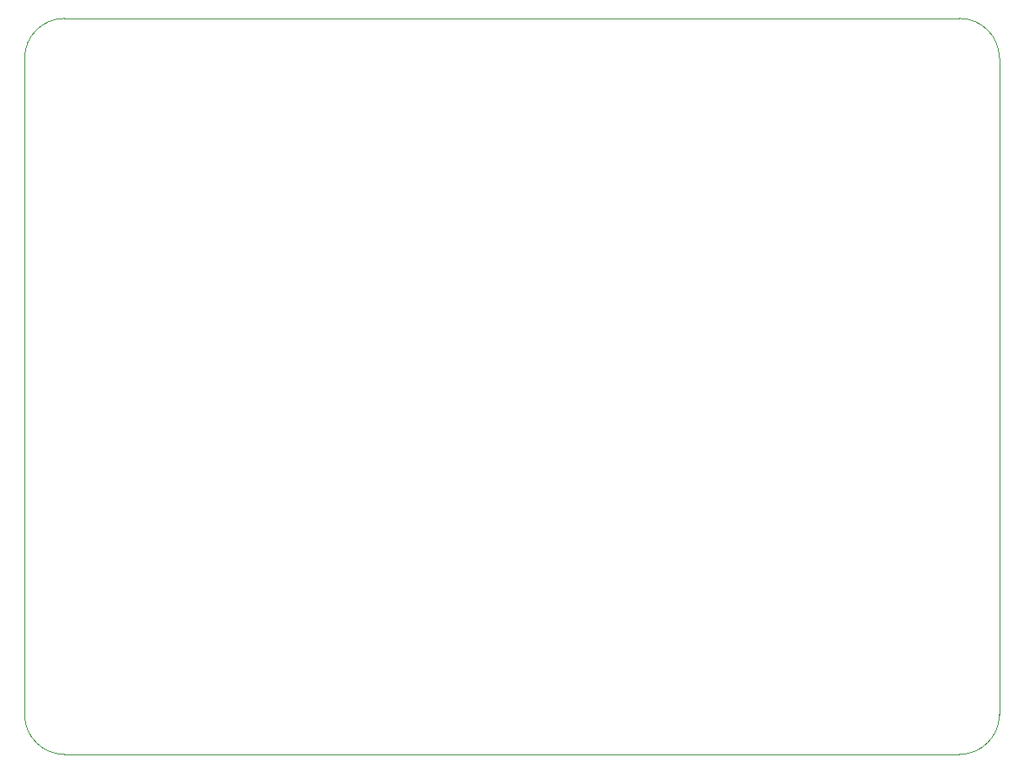
<source format=gbo>
%TF.GenerationSoftware,KiCad,Pcbnew,(5.1.12)-1*%
%TF.CreationDate,2022-03-18T17:06:52+09:00*%
%TF.ProjectId,NHK2022_Solenoid_Valve,4e484b32-3032-4325-9f53-6f6c656e6f69,rev?*%
%TF.SameCoordinates,PX42c1d80PY7bfa480*%
%TF.FileFunction,Legend,Bot*%
%TF.FilePolarity,Positive*%
%FSLAX46Y46*%
G04 Gerber Fmt 4.6, Leading zero omitted, Abs format (unit mm)*
G04 Created by KiCad (PCBNEW (5.1.12)-1) date 2022-03-18 17:06:52*
%MOMM*%
%LPD*%
G01*
G04 APERTURE LIST*
%TA.AperFunction,Profile*%
%ADD10C,0.050000*%
%TD*%
%ADD11C,3.200000*%
%ADD12C,1.600000*%
%ADD13R,1.600000X1.600000*%
%ADD14O,1.700000X2.000000*%
%ADD15O,1.700000X1.700000*%
%ADD16R,1.700000X1.700000*%
%ADD17O,0.900000X2.000000*%
%ADD18O,0.900000X1.700000*%
%ADD19C,0.600000*%
%ADD20C,1.700000*%
G04 APERTURE END LIST*
D10*
X70000000Y74000000D02*
X94000000Y74000000D01*
X94000000Y0D02*
X70000000Y0D01*
X98000000Y70000000D02*
X98000000Y4000000D01*
X94000000Y74000000D02*
G75*
G02*
X98000000Y70000000I0J-4000000D01*
G01*
X98000000Y4000000D02*
G75*
G02*
X94000000Y0I-4000000J0D01*
G01*
X4000000Y74000000D02*
X70000000Y74000000D01*
X0Y70000000D02*
G75*
G02*
X4000000Y74000000I4000000J0D01*
G01*
X0Y70000000D02*
X0Y4000000D01*
X4000000Y0D02*
X70000000Y0D01*
X4000000Y0D02*
G75*
G02*
X0Y4000000I0J4000000D01*
G01*
%LPC*%
D11*
%TO.C,REF1*%
X4000000Y70000000D03*
%TD*%
%TO.C,REF2*%
X94000000Y70000000D03*
%TD*%
%TO.C,REF3*%
X94000000Y4000000D03*
%TD*%
%TO.C,REF4*%
X4000000Y4000000D03*
%TD*%
D12*
%TO.C,C3*%
X24500000Y70000000D03*
D13*
X27000000Y70000000D03*
%TD*%
%TO.C,C10*%
X25000000Y7000000D03*
D12*
X22500000Y7000000D03*
%TD*%
D13*
%TO.C,C1*%
X39500000Y18500000D03*
D12*
X36000000Y18500000D03*
%TD*%
%TO.C,J1*%
G36*
G01*
X57650000Y7750000D02*
X57650000Y9250000D01*
G75*
G02*
X57900000Y9500000I250000J0D01*
G01*
X59100000Y9500000D01*
G75*
G02*
X59350000Y9250000I0J-250000D01*
G01*
X59350000Y7750000D01*
G75*
G02*
X59100000Y7500000I-250000J0D01*
G01*
X57900000Y7500000D01*
G75*
G02*
X57650000Y7750000I0J250000D01*
G01*
G37*
D14*
X61000000Y8500000D03*
%TD*%
%TO.C,J2*%
G36*
G01*
X44850000Y66250000D02*
X44850000Y64750000D01*
G75*
G02*
X44600000Y64500000I-250000J0D01*
G01*
X43400000Y64500000D01*
G75*
G02*
X43150000Y64750000I0J250000D01*
G01*
X43150000Y66250000D01*
G75*
G02*
X43400000Y66500000I250000J0D01*
G01*
X44600000Y66500000D01*
G75*
G02*
X44850000Y66250000I0J-250000D01*
G01*
G37*
X41500000Y65500000D03*
%TD*%
%TO.C,J3*%
G36*
G01*
X56350000Y66250000D02*
X56350000Y64750000D01*
G75*
G02*
X56100000Y64500000I-250000J0D01*
G01*
X54900000Y64500000D01*
G75*
G02*
X54650000Y64750000I0J250000D01*
G01*
X54650000Y66250000D01*
G75*
G02*
X54900000Y66500000I250000J0D01*
G01*
X56100000Y66500000D01*
G75*
G02*
X56350000Y66250000I0J-250000D01*
G01*
G37*
X53000000Y65500000D03*
%TD*%
%TO.C,J4*%
X65000000Y65500000D03*
G36*
G01*
X68350000Y66250000D02*
X68350000Y64750000D01*
G75*
G02*
X68100000Y64500000I-250000J0D01*
G01*
X66900000Y64500000D01*
G75*
G02*
X66650000Y64750000I0J250000D01*
G01*
X66650000Y66250000D01*
G75*
G02*
X66900000Y66500000I250000J0D01*
G01*
X68100000Y66500000D01*
G75*
G02*
X68350000Y66250000I0J-250000D01*
G01*
G37*
%TD*%
%TO.C,J5*%
X77000000Y65500000D03*
G36*
G01*
X80350000Y66250000D02*
X80350000Y64750000D01*
G75*
G02*
X80100000Y64500000I-250000J0D01*
G01*
X78900000Y64500000D01*
G75*
G02*
X78650000Y64750000I0J250000D01*
G01*
X78650000Y66250000D01*
G75*
G02*
X78900000Y66500000I250000J0D01*
G01*
X80100000Y66500000D01*
G75*
G02*
X80350000Y66250000I0J-250000D01*
G01*
G37*
%TD*%
%TO.C,J6*%
G36*
G01*
X81150000Y7750000D02*
X81150000Y9250000D01*
G75*
G02*
X81400000Y9500000I250000J0D01*
G01*
X82600000Y9500000D01*
G75*
G02*
X82850000Y9250000I0J-250000D01*
G01*
X82850000Y7750000D01*
G75*
G02*
X82600000Y7500000I-250000J0D01*
G01*
X81400000Y7500000D01*
G75*
G02*
X81150000Y7750000I0J250000D01*
G01*
G37*
X84500000Y8500000D03*
%TD*%
%TO.C,J7*%
X72500000Y8500000D03*
G36*
G01*
X69150000Y7750000D02*
X69150000Y9250000D01*
G75*
G02*
X69400000Y9500000I250000J0D01*
G01*
X70600000Y9500000D01*
G75*
G02*
X70850000Y9250000I0J-250000D01*
G01*
X70850000Y7750000D01*
G75*
G02*
X70600000Y7500000I-250000J0D01*
G01*
X69400000Y7500000D01*
G75*
G02*
X69150000Y7750000I0J250000D01*
G01*
G37*
%TD*%
%TO.C,J8*%
X38500000Y8500000D03*
G36*
G01*
X35150000Y7750000D02*
X35150000Y9250000D01*
G75*
G02*
X35400000Y9500000I250000J0D01*
G01*
X36600000Y9500000D01*
G75*
G02*
X36850000Y9250000I0J-250000D01*
G01*
X36850000Y7750000D01*
G75*
G02*
X36600000Y7500000I-250000J0D01*
G01*
X35400000Y7500000D01*
G75*
G02*
X35150000Y7750000I0J250000D01*
G01*
G37*
%TD*%
%TO.C,J9*%
G36*
G01*
X46400000Y7750000D02*
X46400000Y9250000D01*
G75*
G02*
X46650000Y9500000I250000J0D01*
G01*
X47850000Y9500000D01*
G75*
G02*
X48100000Y9250000I0J-250000D01*
G01*
X48100000Y7750000D01*
G75*
G02*
X47850000Y7500000I-250000J0D01*
G01*
X46650000Y7500000D01*
G75*
G02*
X46400000Y7750000I0J250000D01*
G01*
G37*
X49750000Y8500000D03*
%TD*%
D15*
%TO.C,UART*%
X9000000Y46300000D03*
X9000000Y48840000D03*
X9000000Y51380000D03*
X9000000Y53920000D03*
X9000000Y56460000D03*
D16*
X9000000Y59000000D03*
%TD*%
D17*
%TO.C,J12*%
X19120000Y67070000D03*
X10480000Y67070000D03*
D18*
X19120000Y71240000D03*
X10480000Y71240000D03*
D19*
X11910000Y67550000D03*
X17690000Y67550000D03*
%TD*%
D20*
%TO.C,Y1*%
X21250000Y13500000D03*
X23750000Y13500000D03*
X26250000Y13500000D03*
%TD*%
D16*
%TO.C,ST-Link*%
X9000000Y38500000D03*
D15*
X9000000Y35960000D03*
X9000000Y33420000D03*
X9000000Y30880000D03*
X9000000Y28340000D03*
X9000000Y25800000D03*
%TD*%
M02*

</source>
